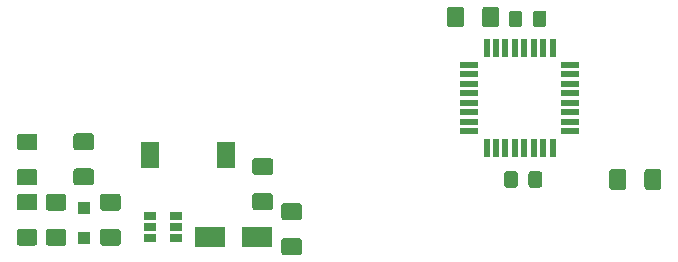
<source format=gbr>
G04 #@! TF.GenerationSoftware,KiCad,Pcbnew,(5.1.5)-3*
G04 #@! TF.CreationDate,2020-03-27T21:06:01+01:00*
G04 #@! TF.ProjectId,mimu_phantom,6d696d75-5f70-4686-916e-746f6d2e6b69,rev?*
G04 #@! TF.SameCoordinates,Original*
G04 #@! TF.FileFunction,Paste,Top*
G04 #@! TF.FilePolarity,Positive*
%FSLAX46Y46*%
G04 Gerber Fmt 4.6, Leading zero omitted, Abs format (unit mm)*
G04 Created by KiCad (PCBNEW (5.1.5)-3) date 2020-03-27 21:06:01*
%MOMM*%
%LPD*%
G04 APERTURE LIST*
%ADD10R,1.500000X2.200000*%
%ADD11R,2.500000X1.800000*%
%ADD12R,1.000000X1.000000*%
%ADD13C,0.100000*%
%ADD14R,1.060000X0.650000*%
%ADD15R,1.600000X0.550000*%
%ADD16R,0.550000X1.600000*%
G04 APERTURE END LIST*
D10*
X116200000Y-89000000D03*
X122600000Y-89000000D03*
D11*
X121250000Y-96000000D03*
X125250000Y-96000000D03*
D12*
X110600000Y-93550000D03*
X110600000Y-96050000D03*
D13*
G36*
X142562004Y-76476204D02*
G01*
X142586273Y-76479804D01*
X142610071Y-76485765D01*
X142633171Y-76494030D01*
X142655349Y-76504520D01*
X142676393Y-76517133D01*
X142696098Y-76531747D01*
X142714277Y-76548223D01*
X142730753Y-76566402D01*
X142745367Y-76586107D01*
X142757980Y-76607151D01*
X142768470Y-76629329D01*
X142776735Y-76652429D01*
X142782696Y-76676227D01*
X142786296Y-76700496D01*
X142787500Y-76725000D01*
X142787500Y-77975000D01*
X142786296Y-77999504D01*
X142782696Y-78023773D01*
X142776735Y-78047571D01*
X142768470Y-78070671D01*
X142757980Y-78092849D01*
X142745367Y-78113893D01*
X142730753Y-78133598D01*
X142714277Y-78151777D01*
X142696098Y-78168253D01*
X142676393Y-78182867D01*
X142655349Y-78195480D01*
X142633171Y-78205970D01*
X142610071Y-78214235D01*
X142586273Y-78220196D01*
X142562004Y-78223796D01*
X142537500Y-78225000D01*
X141612500Y-78225000D01*
X141587996Y-78223796D01*
X141563727Y-78220196D01*
X141539929Y-78214235D01*
X141516829Y-78205970D01*
X141494651Y-78195480D01*
X141473607Y-78182867D01*
X141453902Y-78168253D01*
X141435723Y-78151777D01*
X141419247Y-78133598D01*
X141404633Y-78113893D01*
X141392020Y-78092849D01*
X141381530Y-78070671D01*
X141373265Y-78047571D01*
X141367304Y-78023773D01*
X141363704Y-77999504D01*
X141362500Y-77975000D01*
X141362500Y-76725000D01*
X141363704Y-76700496D01*
X141367304Y-76676227D01*
X141373265Y-76652429D01*
X141381530Y-76629329D01*
X141392020Y-76607151D01*
X141404633Y-76586107D01*
X141419247Y-76566402D01*
X141435723Y-76548223D01*
X141453902Y-76531747D01*
X141473607Y-76517133D01*
X141494651Y-76504520D01*
X141516829Y-76494030D01*
X141539929Y-76485765D01*
X141563727Y-76479804D01*
X141587996Y-76476204D01*
X141612500Y-76475000D01*
X142537500Y-76475000D01*
X142562004Y-76476204D01*
G37*
G36*
X145537004Y-76476204D02*
G01*
X145561273Y-76479804D01*
X145585071Y-76485765D01*
X145608171Y-76494030D01*
X145630349Y-76504520D01*
X145651393Y-76517133D01*
X145671098Y-76531747D01*
X145689277Y-76548223D01*
X145705753Y-76566402D01*
X145720367Y-76586107D01*
X145732980Y-76607151D01*
X145743470Y-76629329D01*
X145751735Y-76652429D01*
X145757696Y-76676227D01*
X145761296Y-76700496D01*
X145762500Y-76725000D01*
X145762500Y-77975000D01*
X145761296Y-77999504D01*
X145757696Y-78023773D01*
X145751735Y-78047571D01*
X145743470Y-78070671D01*
X145732980Y-78092849D01*
X145720367Y-78113893D01*
X145705753Y-78133598D01*
X145689277Y-78151777D01*
X145671098Y-78168253D01*
X145651393Y-78182867D01*
X145630349Y-78195480D01*
X145608171Y-78205970D01*
X145585071Y-78214235D01*
X145561273Y-78220196D01*
X145537004Y-78223796D01*
X145512500Y-78225000D01*
X144587500Y-78225000D01*
X144562996Y-78223796D01*
X144538727Y-78220196D01*
X144514929Y-78214235D01*
X144491829Y-78205970D01*
X144469651Y-78195480D01*
X144448607Y-78182867D01*
X144428902Y-78168253D01*
X144410723Y-78151777D01*
X144394247Y-78133598D01*
X144379633Y-78113893D01*
X144367020Y-78092849D01*
X144356530Y-78070671D01*
X144348265Y-78047571D01*
X144342304Y-78023773D01*
X144338704Y-77999504D01*
X144337500Y-77975000D01*
X144337500Y-76725000D01*
X144338704Y-76700496D01*
X144342304Y-76676227D01*
X144348265Y-76652429D01*
X144356530Y-76629329D01*
X144367020Y-76607151D01*
X144379633Y-76586107D01*
X144394247Y-76566402D01*
X144410723Y-76548223D01*
X144428902Y-76531747D01*
X144448607Y-76517133D01*
X144469651Y-76504520D01*
X144491829Y-76494030D01*
X144514929Y-76485765D01*
X144538727Y-76479804D01*
X144562996Y-76476204D01*
X144587500Y-76475000D01*
X145512500Y-76475000D01*
X145537004Y-76476204D01*
G37*
G36*
X159274504Y-90226204D02*
G01*
X159298773Y-90229804D01*
X159322571Y-90235765D01*
X159345671Y-90244030D01*
X159367849Y-90254520D01*
X159388893Y-90267133D01*
X159408598Y-90281747D01*
X159426777Y-90298223D01*
X159443253Y-90316402D01*
X159457867Y-90336107D01*
X159470480Y-90357151D01*
X159480970Y-90379329D01*
X159489235Y-90402429D01*
X159495196Y-90426227D01*
X159498796Y-90450496D01*
X159500000Y-90475000D01*
X159500000Y-91725000D01*
X159498796Y-91749504D01*
X159495196Y-91773773D01*
X159489235Y-91797571D01*
X159480970Y-91820671D01*
X159470480Y-91842849D01*
X159457867Y-91863893D01*
X159443253Y-91883598D01*
X159426777Y-91901777D01*
X159408598Y-91918253D01*
X159388893Y-91932867D01*
X159367849Y-91945480D01*
X159345671Y-91955970D01*
X159322571Y-91964235D01*
X159298773Y-91970196D01*
X159274504Y-91973796D01*
X159250000Y-91975000D01*
X158325000Y-91975000D01*
X158300496Y-91973796D01*
X158276227Y-91970196D01*
X158252429Y-91964235D01*
X158229329Y-91955970D01*
X158207151Y-91945480D01*
X158186107Y-91932867D01*
X158166402Y-91918253D01*
X158148223Y-91901777D01*
X158131747Y-91883598D01*
X158117133Y-91863893D01*
X158104520Y-91842849D01*
X158094030Y-91820671D01*
X158085765Y-91797571D01*
X158079804Y-91773773D01*
X158076204Y-91749504D01*
X158075000Y-91725000D01*
X158075000Y-90475000D01*
X158076204Y-90450496D01*
X158079804Y-90426227D01*
X158085765Y-90402429D01*
X158094030Y-90379329D01*
X158104520Y-90357151D01*
X158117133Y-90336107D01*
X158131747Y-90316402D01*
X158148223Y-90298223D01*
X158166402Y-90281747D01*
X158186107Y-90267133D01*
X158207151Y-90254520D01*
X158229329Y-90244030D01*
X158252429Y-90235765D01*
X158276227Y-90229804D01*
X158300496Y-90226204D01*
X158325000Y-90225000D01*
X159250000Y-90225000D01*
X159274504Y-90226204D01*
G37*
G36*
X156299504Y-90226204D02*
G01*
X156323773Y-90229804D01*
X156347571Y-90235765D01*
X156370671Y-90244030D01*
X156392849Y-90254520D01*
X156413893Y-90267133D01*
X156433598Y-90281747D01*
X156451777Y-90298223D01*
X156468253Y-90316402D01*
X156482867Y-90336107D01*
X156495480Y-90357151D01*
X156505970Y-90379329D01*
X156514235Y-90402429D01*
X156520196Y-90426227D01*
X156523796Y-90450496D01*
X156525000Y-90475000D01*
X156525000Y-91725000D01*
X156523796Y-91749504D01*
X156520196Y-91773773D01*
X156514235Y-91797571D01*
X156505970Y-91820671D01*
X156495480Y-91842849D01*
X156482867Y-91863893D01*
X156468253Y-91883598D01*
X156451777Y-91901777D01*
X156433598Y-91918253D01*
X156413893Y-91932867D01*
X156392849Y-91945480D01*
X156370671Y-91955970D01*
X156347571Y-91964235D01*
X156323773Y-91970196D01*
X156299504Y-91973796D01*
X156275000Y-91975000D01*
X155350000Y-91975000D01*
X155325496Y-91973796D01*
X155301227Y-91970196D01*
X155277429Y-91964235D01*
X155254329Y-91955970D01*
X155232151Y-91945480D01*
X155211107Y-91932867D01*
X155191402Y-91918253D01*
X155173223Y-91901777D01*
X155156747Y-91883598D01*
X155142133Y-91863893D01*
X155129520Y-91842849D01*
X155119030Y-91820671D01*
X155110765Y-91797571D01*
X155104804Y-91773773D01*
X155101204Y-91749504D01*
X155100000Y-91725000D01*
X155100000Y-90475000D01*
X155101204Y-90450496D01*
X155104804Y-90426227D01*
X155110765Y-90402429D01*
X155119030Y-90379329D01*
X155129520Y-90357151D01*
X155142133Y-90336107D01*
X155156747Y-90316402D01*
X155173223Y-90298223D01*
X155191402Y-90281747D01*
X155211107Y-90267133D01*
X155232151Y-90254520D01*
X155254329Y-90244030D01*
X155277429Y-90235765D01*
X155301227Y-90229804D01*
X155325496Y-90226204D01*
X155350000Y-90225000D01*
X156275000Y-90225000D01*
X156299504Y-90226204D01*
G37*
G36*
X106449504Y-92301204D02*
G01*
X106473773Y-92304804D01*
X106497571Y-92310765D01*
X106520671Y-92319030D01*
X106542849Y-92329520D01*
X106563893Y-92342133D01*
X106583598Y-92356747D01*
X106601777Y-92373223D01*
X106618253Y-92391402D01*
X106632867Y-92411107D01*
X106645480Y-92432151D01*
X106655970Y-92454329D01*
X106664235Y-92477429D01*
X106670196Y-92501227D01*
X106673796Y-92525496D01*
X106675000Y-92550000D01*
X106675000Y-93475000D01*
X106673796Y-93499504D01*
X106670196Y-93523773D01*
X106664235Y-93547571D01*
X106655970Y-93570671D01*
X106645480Y-93592849D01*
X106632867Y-93613893D01*
X106618253Y-93633598D01*
X106601777Y-93651777D01*
X106583598Y-93668253D01*
X106563893Y-93682867D01*
X106542849Y-93695480D01*
X106520671Y-93705970D01*
X106497571Y-93714235D01*
X106473773Y-93720196D01*
X106449504Y-93723796D01*
X106425000Y-93725000D01*
X105175000Y-93725000D01*
X105150496Y-93723796D01*
X105126227Y-93720196D01*
X105102429Y-93714235D01*
X105079329Y-93705970D01*
X105057151Y-93695480D01*
X105036107Y-93682867D01*
X105016402Y-93668253D01*
X104998223Y-93651777D01*
X104981747Y-93633598D01*
X104967133Y-93613893D01*
X104954520Y-93592849D01*
X104944030Y-93570671D01*
X104935765Y-93547571D01*
X104929804Y-93523773D01*
X104926204Y-93499504D01*
X104925000Y-93475000D01*
X104925000Y-92550000D01*
X104926204Y-92525496D01*
X104929804Y-92501227D01*
X104935765Y-92477429D01*
X104944030Y-92454329D01*
X104954520Y-92432151D01*
X104967133Y-92411107D01*
X104981747Y-92391402D01*
X104998223Y-92373223D01*
X105016402Y-92356747D01*
X105036107Y-92342133D01*
X105057151Y-92329520D01*
X105079329Y-92319030D01*
X105102429Y-92310765D01*
X105126227Y-92304804D01*
X105150496Y-92301204D01*
X105175000Y-92300000D01*
X106425000Y-92300000D01*
X106449504Y-92301204D01*
G37*
G36*
X106449504Y-95276204D02*
G01*
X106473773Y-95279804D01*
X106497571Y-95285765D01*
X106520671Y-95294030D01*
X106542849Y-95304520D01*
X106563893Y-95317133D01*
X106583598Y-95331747D01*
X106601777Y-95348223D01*
X106618253Y-95366402D01*
X106632867Y-95386107D01*
X106645480Y-95407151D01*
X106655970Y-95429329D01*
X106664235Y-95452429D01*
X106670196Y-95476227D01*
X106673796Y-95500496D01*
X106675000Y-95525000D01*
X106675000Y-96450000D01*
X106673796Y-96474504D01*
X106670196Y-96498773D01*
X106664235Y-96522571D01*
X106655970Y-96545671D01*
X106645480Y-96567849D01*
X106632867Y-96588893D01*
X106618253Y-96608598D01*
X106601777Y-96626777D01*
X106583598Y-96643253D01*
X106563893Y-96657867D01*
X106542849Y-96670480D01*
X106520671Y-96680970D01*
X106497571Y-96689235D01*
X106473773Y-96695196D01*
X106449504Y-96698796D01*
X106425000Y-96700000D01*
X105175000Y-96700000D01*
X105150496Y-96698796D01*
X105126227Y-96695196D01*
X105102429Y-96689235D01*
X105079329Y-96680970D01*
X105057151Y-96670480D01*
X105036107Y-96657867D01*
X105016402Y-96643253D01*
X104998223Y-96626777D01*
X104981747Y-96608598D01*
X104967133Y-96588893D01*
X104954520Y-96567849D01*
X104944030Y-96545671D01*
X104935765Y-96522571D01*
X104929804Y-96498773D01*
X104926204Y-96474504D01*
X104925000Y-96450000D01*
X104925000Y-95525000D01*
X104926204Y-95500496D01*
X104929804Y-95476227D01*
X104935765Y-95452429D01*
X104944030Y-95429329D01*
X104954520Y-95407151D01*
X104967133Y-95386107D01*
X104981747Y-95366402D01*
X104998223Y-95348223D01*
X105016402Y-95331747D01*
X105036107Y-95317133D01*
X105057151Y-95304520D01*
X105079329Y-95294030D01*
X105102429Y-95285765D01*
X105126227Y-95279804D01*
X105150496Y-95276204D01*
X105175000Y-95275000D01*
X106425000Y-95275000D01*
X106449504Y-95276204D01*
G37*
G36*
X106449504Y-87213704D02*
G01*
X106473773Y-87217304D01*
X106497571Y-87223265D01*
X106520671Y-87231530D01*
X106542849Y-87242020D01*
X106563893Y-87254633D01*
X106583598Y-87269247D01*
X106601777Y-87285723D01*
X106618253Y-87303902D01*
X106632867Y-87323607D01*
X106645480Y-87344651D01*
X106655970Y-87366829D01*
X106664235Y-87389929D01*
X106670196Y-87413727D01*
X106673796Y-87437996D01*
X106675000Y-87462500D01*
X106675000Y-88387500D01*
X106673796Y-88412004D01*
X106670196Y-88436273D01*
X106664235Y-88460071D01*
X106655970Y-88483171D01*
X106645480Y-88505349D01*
X106632867Y-88526393D01*
X106618253Y-88546098D01*
X106601777Y-88564277D01*
X106583598Y-88580753D01*
X106563893Y-88595367D01*
X106542849Y-88607980D01*
X106520671Y-88618470D01*
X106497571Y-88626735D01*
X106473773Y-88632696D01*
X106449504Y-88636296D01*
X106425000Y-88637500D01*
X105175000Y-88637500D01*
X105150496Y-88636296D01*
X105126227Y-88632696D01*
X105102429Y-88626735D01*
X105079329Y-88618470D01*
X105057151Y-88607980D01*
X105036107Y-88595367D01*
X105016402Y-88580753D01*
X104998223Y-88564277D01*
X104981747Y-88546098D01*
X104967133Y-88526393D01*
X104954520Y-88505349D01*
X104944030Y-88483171D01*
X104935765Y-88460071D01*
X104929804Y-88436273D01*
X104926204Y-88412004D01*
X104925000Y-88387500D01*
X104925000Y-87462500D01*
X104926204Y-87437996D01*
X104929804Y-87413727D01*
X104935765Y-87389929D01*
X104944030Y-87366829D01*
X104954520Y-87344651D01*
X104967133Y-87323607D01*
X104981747Y-87303902D01*
X104998223Y-87285723D01*
X105016402Y-87269247D01*
X105036107Y-87254633D01*
X105057151Y-87242020D01*
X105079329Y-87231530D01*
X105102429Y-87223265D01*
X105126227Y-87217304D01*
X105150496Y-87213704D01*
X105175000Y-87212500D01*
X106425000Y-87212500D01*
X106449504Y-87213704D01*
G37*
G36*
X106449504Y-90188704D02*
G01*
X106473773Y-90192304D01*
X106497571Y-90198265D01*
X106520671Y-90206530D01*
X106542849Y-90217020D01*
X106563893Y-90229633D01*
X106583598Y-90244247D01*
X106601777Y-90260723D01*
X106618253Y-90278902D01*
X106632867Y-90298607D01*
X106645480Y-90319651D01*
X106655970Y-90341829D01*
X106664235Y-90364929D01*
X106670196Y-90388727D01*
X106673796Y-90412996D01*
X106675000Y-90437500D01*
X106675000Y-91362500D01*
X106673796Y-91387004D01*
X106670196Y-91411273D01*
X106664235Y-91435071D01*
X106655970Y-91458171D01*
X106645480Y-91480349D01*
X106632867Y-91501393D01*
X106618253Y-91521098D01*
X106601777Y-91539277D01*
X106583598Y-91555753D01*
X106563893Y-91570367D01*
X106542849Y-91582980D01*
X106520671Y-91593470D01*
X106497571Y-91601735D01*
X106473773Y-91607696D01*
X106449504Y-91611296D01*
X106425000Y-91612500D01*
X105175000Y-91612500D01*
X105150496Y-91611296D01*
X105126227Y-91607696D01*
X105102429Y-91601735D01*
X105079329Y-91593470D01*
X105057151Y-91582980D01*
X105036107Y-91570367D01*
X105016402Y-91555753D01*
X104998223Y-91539277D01*
X104981747Y-91521098D01*
X104967133Y-91501393D01*
X104954520Y-91480349D01*
X104944030Y-91458171D01*
X104935765Y-91435071D01*
X104929804Y-91411273D01*
X104926204Y-91387004D01*
X104925000Y-91362500D01*
X104925000Y-90437500D01*
X104926204Y-90412996D01*
X104929804Y-90388727D01*
X104935765Y-90364929D01*
X104944030Y-90341829D01*
X104954520Y-90319651D01*
X104967133Y-90298607D01*
X104981747Y-90278902D01*
X104998223Y-90260723D01*
X105016402Y-90244247D01*
X105036107Y-90229633D01*
X105057151Y-90217020D01*
X105079329Y-90206530D01*
X105102429Y-90198265D01*
X105126227Y-90192304D01*
X105150496Y-90188704D01*
X105175000Y-90187500D01*
X106425000Y-90187500D01*
X106449504Y-90188704D01*
G37*
G36*
X113499504Y-92313704D02*
G01*
X113523773Y-92317304D01*
X113547571Y-92323265D01*
X113570671Y-92331530D01*
X113592849Y-92342020D01*
X113613893Y-92354633D01*
X113633598Y-92369247D01*
X113651777Y-92385723D01*
X113668253Y-92403902D01*
X113682867Y-92423607D01*
X113695480Y-92444651D01*
X113705970Y-92466829D01*
X113714235Y-92489929D01*
X113720196Y-92513727D01*
X113723796Y-92537996D01*
X113725000Y-92562500D01*
X113725000Y-93487500D01*
X113723796Y-93512004D01*
X113720196Y-93536273D01*
X113714235Y-93560071D01*
X113705970Y-93583171D01*
X113695480Y-93605349D01*
X113682867Y-93626393D01*
X113668253Y-93646098D01*
X113651777Y-93664277D01*
X113633598Y-93680753D01*
X113613893Y-93695367D01*
X113592849Y-93707980D01*
X113570671Y-93718470D01*
X113547571Y-93726735D01*
X113523773Y-93732696D01*
X113499504Y-93736296D01*
X113475000Y-93737500D01*
X112225000Y-93737500D01*
X112200496Y-93736296D01*
X112176227Y-93732696D01*
X112152429Y-93726735D01*
X112129329Y-93718470D01*
X112107151Y-93707980D01*
X112086107Y-93695367D01*
X112066402Y-93680753D01*
X112048223Y-93664277D01*
X112031747Y-93646098D01*
X112017133Y-93626393D01*
X112004520Y-93605349D01*
X111994030Y-93583171D01*
X111985765Y-93560071D01*
X111979804Y-93536273D01*
X111976204Y-93512004D01*
X111975000Y-93487500D01*
X111975000Y-92562500D01*
X111976204Y-92537996D01*
X111979804Y-92513727D01*
X111985765Y-92489929D01*
X111994030Y-92466829D01*
X112004520Y-92444651D01*
X112017133Y-92423607D01*
X112031747Y-92403902D01*
X112048223Y-92385723D01*
X112066402Y-92369247D01*
X112086107Y-92354633D01*
X112107151Y-92342020D01*
X112129329Y-92331530D01*
X112152429Y-92323265D01*
X112176227Y-92317304D01*
X112200496Y-92313704D01*
X112225000Y-92312500D01*
X113475000Y-92312500D01*
X113499504Y-92313704D01*
G37*
G36*
X113499504Y-95288704D02*
G01*
X113523773Y-95292304D01*
X113547571Y-95298265D01*
X113570671Y-95306530D01*
X113592849Y-95317020D01*
X113613893Y-95329633D01*
X113633598Y-95344247D01*
X113651777Y-95360723D01*
X113668253Y-95378902D01*
X113682867Y-95398607D01*
X113695480Y-95419651D01*
X113705970Y-95441829D01*
X113714235Y-95464929D01*
X113720196Y-95488727D01*
X113723796Y-95512996D01*
X113725000Y-95537500D01*
X113725000Y-96462500D01*
X113723796Y-96487004D01*
X113720196Y-96511273D01*
X113714235Y-96535071D01*
X113705970Y-96558171D01*
X113695480Y-96580349D01*
X113682867Y-96601393D01*
X113668253Y-96621098D01*
X113651777Y-96639277D01*
X113633598Y-96655753D01*
X113613893Y-96670367D01*
X113592849Y-96682980D01*
X113570671Y-96693470D01*
X113547571Y-96701735D01*
X113523773Y-96707696D01*
X113499504Y-96711296D01*
X113475000Y-96712500D01*
X112225000Y-96712500D01*
X112200496Y-96711296D01*
X112176227Y-96707696D01*
X112152429Y-96701735D01*
X112129329Y-96693470D01*
X112107151Y-96682980D01*
X112086107Y-96670367D01*
X112066402Y-96655753D01*
X112048223Y-96639277D01*
X112031747Y-96621098D01*
X112017133Y-96601393D01*
X112004520Y-96580349D01*
X111994030Y-96558171D01*
X111985765Y-96535071D01*
X111979804Y-96511273D01*
X111976204Y-96487004D01*
X111975000Y-96462500D01*
X111975000Y-95537500D01*
X111976204Y-95512996D01*
X111979804Y-95488727D01*
X111985765Y-95464929D01*
X111994030Y-95441829D01*
X112004520Y-95419651D01*
X112017133Y-95398607D01*
X112031747Y-95378902D01*
X112048223Y-95360723D01*
X112066402Y-95344247D01*
X112086107Y-95329633D01*
X112107151Y-95317020D01*
X112129329Y-95306530D01*
X112152429Y-95298265D01*
X112176227Y-95292304D01*
X112200496Y-95288704D01*
X112225000Y-95287500D01*
X113475000Y-95287500D01*
X113499504Y-95288704D01*
G37*
G36*
X108899504Y-92313704D02*
G01*
X108923773Y-92317304D01*
X108947571Y-92323265D01*
X108970671Y-92331530D01*
X108992849Y-92342020D01*
X109013893Y-92354633D01*
X109033598Y-92369247D01*
X109051777Y-92385723D01*
X109068253Y-92403902D01*
X109082867Y-92423607D01*
X109095480Y-92444651D01*
X109105970Y-92466829D01*
X109114235Y-92489929D01*
X109120196Y-92513727D01*
X109123796Y-92537996D01*
X109125000Y-92562500D01*
X109125000Y-93487500D01*
X109123796Y-93512004D01*
X109120196Y-93536273D01*
X109114235Y-93560071D01*
X109105970Y-93583171D01*
X109095480Y-93605349D01*
X109082867Y-93626393D01*
X109068253Y-93646098D01*
X109051777Y-93664277D01*
X109033598Y-93680753D01*
X109013893Y-93695367D01*
X108992849Y-93707980D01*
X108970671Y-93718470D01*
X108947571Y-93726735D01*
X108923773Y-93732696D01*
X108899504Y-93736296D01*
X108875000Y-93737500D01*
X107625000Y-93737500D01*
X107600496Y-93736296D01*
X107576227Y-93732696D01*
X107552429Y-93726735D01*
X107529329Y-93718470D01*
X107507151Y-93707980D01*
X107486107Y-93695367D01*
X107466402Y-93680753D01*
X107448223Y-93664277D01*
X107431747Y-93646098D01*
X107417133Y-93626393D01*
X107404520Y-93605349D01*
X107394030Y-93583171D01*
X107385765Y-93560071D01*
X107379804Y-93536273D01*
X107376204Y-93512004D01*
X107375000Y-93487500D01*
X107375000Y-92562500D01*
X107376204Y-92537996D01*
X107379804Y-92513727D01*
X107385765Y-92489929D01*
X107394030Y-92466829D01*
X107404520Y-92444651D01*
X107417133Y-92423607D01*
X107431747Y-92403902D01*
X107448223Y-92385723D01*
X107466402Y-92369247D01*
X107486107Y-92354633D01*
X107507151Y-92342020D01*
X107529329Y-92331530D01*
X107552429Y-92323265D01*
X107576227Y-92317304D01*
X107600496Y-92313704D01*
X107625000Y-92312500D01*
X108875000Y-92312500D01*
X108899504Y-92313704D01*
G37*
G36*
X108899504Y-95288704D02*
G01*
X108923773Y-95292304D01*
X108947571Y-95298265D01*
X108970671Y-95306530D01*
X108992849Y-95317020D01*
X109013893Y-95329633D01*
X109033598Y-95344247D01*
X109051777Y-95360723D01*
X109068253Y-95378902D01*
X109082867Y-95398607D01*
X109095480Y-95419651D01*
X109105970Y-95441829D01*
X109114235Y-95464929D01*
X109120196Y-95488727D01*
X109123796Y-95512996D01*
X109125000Y-95537500D01*
X109125000Y-96462500D01*
X109123796Y-96487004D01*
X109120196Y-96511273D01*
X109114235Y-96535071D01*
X109105970Y-96558171D01*
X109095480Y-96580349D01*
X109082867Y-96601393D01*
X109068253Y-96621098D01*
X109051777Y-96639277D01*
X109033598Y-96655753D01*
X109013893Y-96670367D01*
X108992849Y-96682980D01*
X108970671Y-96693470D01*
X108947571Y-96701735D01*
X108923773Y-96707696D01*
X108899504Y-96711296D01*
X108875000Y-96712500D01*
X107625000Y-96712500D01*
X107600496Y-96711296D01*
X107576227Y-96707696D01*
X107552429Y-96701735D01*
X107529329Y-96693470D01*
X107507151Y-96682980D01*
X107486107Y-96670367D01*
X107466402Y-96655753D01*
X107448223Y-96639277D01*
X107431747Y-96621098D01*
X107417133Y-96601393D01*
X107404520Y-96580349D01*
X107394030Y-96558171D01*
X107385765Y-96535071D01*
X107379804Y-96511273D01*
X107376204Y-96487004D01*
X107375000Y-96462500D01*
X107375000Y-95537500D01*
X107376204Y-95512996D01*
X107379804Y-95488727D01*
X107385765Y-95464929D01*
X107394030Y-95441829D01*
X107404520Y-95419651D01*
X107417133Y-95398607D01*
X107431747Y-95378902D01*
X107448223Y-95360723D01*
X107466402Y-95344247D01*
X107486107Y-95329633D01*
X107507151Y-95317020D01*
X107529329Y-95306530D01*
X107552429Y-95298265D01*
X107576227Y-95292304D01*
X107600496Y-95288704D01*
X107625000Y-95287500D01*
X108875000Y-95287500D01*
X108899504Y-95288704D01*
G37*
G36*
X128849504Y-96088704D02*
G01*
X128873773Y-96092304D01*
X128897571Y-96098265D01*
X128920671Y-96106530D01*
X128942849Y-96117020D01*
X128963893Y-96129633D01*
X128983598Y-96144247D01*
X129001777Y-96160723D01*
X129018253Y-96178902D01*
X129032867Y-96198607D01*
X129045480Y-96219651D01*
X129055970Y-96241829D01*
X129064235Y-96264929D01*
X129070196Y-96288727D01*
X129073796Y-96312996D01*
X129075000Y-96337500D01*
X129075000Y-97262500D01*
X129073796Y-97287004D01*
X129070196Y-97311273D01*
X129064235Y-97335071D01*
X129055970Y-97358171D01*
X129045480Y-97380349D01*
X129032867Y-97401393D01*
X129018253Y-97421098D01*
X129001777Y-97439277D01*
X128983598Y-97455753D01*
X128963893Y-97470367D01*
X128942849Y-97482980D01*
X128920671Y-97493470D01*
X128897571Y-97501735D01*
X128873773Y-97507696D01*
X128849504Y-97511296D01*
X128825000Y-97512500D01*
X127575000Y-97512500D01*
X127550496Y-97511296D01*
X127526227Y-97507696D01*
X127502429Y-97501735D01*
X127479329Y-97493470D01*
X127457151Y-97482980D01*
X127436107Y-97470367D01*
X127416402Y-97455753D01*
X127398223Y-97439277D01*
X127381747Y-97421098D01*
X127367133Y-97401393D01*
X127354520Y-97380349D01*
X127344030Y-97358171D01*
X127335765Y-97335071D01*
X127329804Y-97311273D01*
X127326204Y-97287004D01*
X127325000Y-97262500D01*
X127325000Y-96337500D01*
X127326204Y-96312996D01*
X127329804Y-96288727D01*
X127335765Y-96264929D01*
X127344030Y-96241829D01*
X127354520Y-96219651D01*
X127367133Y-96198607D01*
X127381747Y-96178902D01*
X127398223Y-96160723D01*
X127416402Y-96144247D01*
X127436107Y-96129633D01*
X127457151Y-96117020D01*
X127479329Y-96106530D01*
X127502429Y-96098265D01*
X127526227Y-96092304D01*
X127550496Y-96088704D01*
X127575000Y-96087500D01*
X128825000Y-96087500D01*
X128849504Y-96088704D01*
G37*
G36*
X128849504Y-93113704D02*
G01*
X128873773Y-93117304D01*
X128897571Y-93123265D01*
X128920671Y-93131530D01*
X128942849Y-93142020D01*
X128963893Y-93154633D01*
X128983598Y-93169247D01*
X129001777Y-93185723D01*
X129018253Y-93203902D01*
X129032867Y-93223607D01*
X129045480Y-93244651D01*
X129055970Y-93266829D01*
X129064235Y-93289929D01*
X129070196Y-93313727D01*
X129073796Y-93337996D01*
X129075000Y-93362500D01*
X129075000Y-94287500D01*
X129073796Y-94312004D01*
X129070196Y-94336273D01*
X129064235Y-94360071D01*
X129055970Y-94383171D01*
X129045480Y-94405349D01*
X129032867Y-94426393D01*
X129018253Y-94446098D01*
X129001777Y-94464277D01*
X128983598Y-94480753D01*
X128963893Y-94495367D01*
X128942849Y-94507980D01*
X128920671Y-94518470D01*
X128897571Y-94526735D01*
X128873773Y-94532696D01*
X128849504Y-94536296D01*
X128825000Y-94537500D01*
X127575000Y-94537500D01*
X127550496Y-94536296D01*
X127526227Y-94532696D01*
X127502429Y-94526735D01*
X127479329Y-94518470D01*
X127457151Y-94507980D01*
X127436107Y-94495367D01*
X127416402Y-94480753D01*
X127398223Y-94464277D01*
X127381747Y-94446098D01*
X127367133Y-94426393D01*
X127354520Y-94405349D01*
X127344030Y-94383171D01*
X127335765Y-94360071D01*
X127329804Y-94336273D01*
X127326204Y-94312004D01*
X127325000Y-94287500D01*
X127325000Y-93362500D01*
X127326204Y-93337996D01*
X127329804Y-93313727D01*
X127335765Y-93289929D01*
X127344030Y-93266829D01*
X127354520Y-93244651D01*
X127367133Y-93223607D01*
X127381747Y-93203902D01*
X127398223Y-93185723D01*
X127416402Y-93169247D01*
X127436107Y-93154633D01*
X127457151Y-93142020D01*
X127479329Y-93131530D01*
X127502429Y-93123265D01*
X127526227Y-93117304D01*
X127550496Y-93113704D01*
X127575000Y-93112500D01*
X128825000Y-93112500D01*
X128849504Y-93113704D01*
G37*
G36*
X126399504Y-89301204D02*
G01*
X126423773Y-89304804D01*
X126447571Y-89310765D01*
X126470671Y-89319030D01*
X126492849Y-89329520D01*
X126513893Y-89342133D01*
X126533598Y-89356747D01*
X126551777Y-89373223D01*
X126568253Y-89391402D01*
X126582867Y-89411107D01*
X126595480Y-89432151D01*
X126605970Y-89454329D01*
X126614235Y-89477429D01*
X126620196Y-89501227D01*
X126623796Y-89525496D01*
X126625000Y-89550000D01*
X126625000Y-90475000D01*
X126623796Y-90499504D01*
X126620196Y-90523773D01*
X126614235Y-90547571D01*
X126605970Y-90570671D01*
X126595480Y-90592849D01*
X126582867Y-90613893D01*
X126568253Y-90633598D01*
X126551777Y-90651777D01*
X126533598Y-90668253D01*
X126513893Y-90682867D01*
X126492849Y-90695480D01*
X126470671Y-90705970D01*
X126447571Y-90714235D01*
X126423773Y-90720196D01*
X126399504Y-90723796D01*
X126375000Y-90725000D01*
X125125000Y-90725000D01*
X125100496Y-90723796D01*
X125076227Y-90720196D01*
X125052429Y-90714235D01*
X125029329Y-90705970D01*
X125007151Y-90695480D01*
X124986107Y-90682867D01*
X124966402Y-90668253D01*
X124948223Y-90651777D01*
X124931747Y-90633598D01*
X124917133Y-90613893D01*
X124904520Y-90592849D01*
X124894030Y-90570671D01*
X124885765Y-90547571D01*
X124879804Y-90523773D01*
X124876204Y-90499504D01*
X124875000Y-90475000D01*
X124875000Y-89550000D01*
X124876204Y-89525496D01*
X124879804Y-89501227D01*
X124885765Y-89477429D01*
X124894030Y-89454329D01*
X124904520Y-89432151D01*
X124917133Y-89411107D01*
X124931747Y-89391402D01*
X124948223Y-89373223D01*
X124966402Y-89356747D01*
X124986107Y-89342133D01*
X125007151Y-89329520D01*
X125029329Y-89319030D01*
X125052429Y-89310765D01*
X125076227Y-89304804D01*
X125100496Y-89301204D01*
X125125000Y-89300000D01*
X126375000Y-89300000D01*
X126399504Y-89301204D01*
G37*
G36*
X126399504Y-92276204D02*
G01*
X126423773Y-92279804D01*
X126447571Y-92285765D01*
X126470671Y-92294030D01*
X126492849Y-92304520D01*
X126513893Y-92317133D01*
X126533598Y-92331747D01*
X126551777Y-92348223D01*
X126568253Y-92366402D01*
X126582867Y-92386107D01*
X126595480Y-92407151D01*
X126605970Y-92429329D01*
X126614235Y-92452429D01*
X126620196Y-92476227D01*
X126623796Y-92500496D01*
X126625000Y-92525000D01*
X126625000Y-93450000D01*
X126623796Y-93474504D01*
X126620196Y-93498773D01*
X126614235Y-93522571D01*
X126605970Y-93545671D01*
X126595480Y-93567849D01*
X126582867Y-93588893D01*
X126568253Y-93608598D01*
X126551777Y-93626777D01*
X126533598Y-93643253D01*
X126513893Y-93657867D01*
X126492849Y-93670480D01*
X126470671Y-93680970D01*
X126447571Y-93689235D01*
X126423773Y-93695196D01*
X126399504Y-93698796D01*
X126375000Y-93700000D01*
X125125000Y-93700000D01*
X125100496Y-93698796D01*
X125076227Y-93695196D01*
X125052429Y-93689235D01*
X125029329Y-93680970D01*
X125007151Y-93670480D01*
X124986107Y-93657867D01*
X124966402Y-93643253D01*
X124948223Y-93626777D01*
X124931747Y-93608598D01*
X124917133Y-93588893D01*
X124904520Y-93567849D01*
X124894030Y-93545671D01*
X124885765Y-93522571D01*
X124879804Y-93498773D01*
X124876204Y-93474504D01*
X124875000Y-93450000D01*
X124875000Y-92525000D01*
X124876204Y-92500496D01*
X124879804Y-92476227D01*
X124885765Y-92452429D01*
X124894030Y-92429329D01*
X124904520Y-92407151D01*
X124917133Y-92386107D01*
X124931747Y-92366402D01*
X124948223Y-92348223D01*
X124966402Y-92331747D01*
X124986107Y-92317133D01*
X125007151Y-92304520D01*
X125029329Y-92294030D01*
X125052429Y-92285765D01*
X125076227Y-92279804D01*
X125100496Y-92276204D01*
X125125000Y-92275000D01*
X126375000Y-92275000D01*
X126399504Y-92276204D01*
G37*
G36*
X111249504Y-87201204D02*
G01*
X111273773Y-87204804D01*
X111297571Y-87210765D01*
X111320671Y-87219030D01*
X111342849Y-87229520D01*
X111363893Y-87242133D01*
X111383598Y-87256747D01*
X111401777Y-87273223D01*
X111418253Y-87291402D01*
X111432867Y-87311107D01*
X111445480Y-87332151D01*
X111455970Y-87354329D01*
X111464235Y-87377429D01*
X111470196Y-87401227D01*
X111473796Y-87425496D01*
X111475000Y-87450000D01*
X111475000Y-88375000D01*
X111473796Y-88399504D01*
X111470196Y-88423773D01*
X111464235Y-88447571D01*
X111455970Y-88470671D01*
X111445480Y-88492849D01*
X111432867Y-88513893D01*
X111418253Y-88533598D01*
X111401777Y-88551777D01*
X111383598Y-88568253D01*
X111363893Y-88582867D01*
X111342849Y-88595480D01*
X111320671Y-88605970D01*
X111297571Y-88614235D01*
X111273773Y-88620196D01*
X111249504Y-88623796D01*
X111225000Y-88625000D01*
X109975000Y-88625000D01*
X109950496Y-88623796D01*
X109926227Y-88620196D01*
X109902429Y-88614235D01*
X109879329Y-88605970D01*
X109857151Y-88595480D01*
X109836107Y-88582867D01*
X109816402Y-88568253D01*
X109798223Y-88551777D01*
X109781747Y-88533598D01*
X109767133Y-88513893D01*
X109754520Y-88492849D01*
X109744030Y-88470671D01*
X109735765Y-88447571D01*
X109729804Y-88423773D01*
X109726204Y-88399504D01*
X109725000Y-88375000D01*
X109725000Y-87450000D01*
X109726204Y-87425496D01*
X109729804Y-87401227D01*
X109735765Y-87377429D01*
X109744030Y-87354329D01*
X109754520Y-87332151D01*
X109767133Y-87311107D01*
X109781747Y-87291402D01*
X109798223Y-87273223D01*
X109816402Y-87256747D01*
X109836107Y-87242133D01*
X109857151Y-87229520D01*
X109879329Y-87219030D01*
X109902429Y-87210765D01*
X109926227Y-87204804D01*
X109950496Y-87201204D01*
X109975000Y-87200000D01*
X111225000Y-87200000D01*
X111249504Y-87201204D01*
G37*
G36*
X111249504Y-90176204D02*
G01*
X111273773Y-90179804D01*
X111297571Y-90185765D01*
X111320671Y-90194030D01*
X111342849Y-90204520D01*
X111363893Y-90217133D01*
X111383598Y-90231747D01*
X111401777Y-90248223D01*
X111418253Y-90266402D01*
X111432867Y-90286107D01*
X111445480Y-90307151D01*
X111455970Y-90329329D01*
X111464235Y-90352429D01*
X111470196Y-90376227D01*
X111473796Y-90400496D01*
X111475000Y-90425000D01*
X111475000Y-91350000D01*
X111473796Y-91374504D01*
X111470196Y-91398773D01*
X111464235Y-91422571D01*
X111455970Y-91445671D01*
X111445480Y-91467849D01*
X111432867Y-91488893D01*
X111418253Y-91508598D01*
X111401777Y-91526777D01*
X111383598Y-91543253D01*
X111363893Y-91557867D01*
X111342849Y-91570480D01*
X111320671Y-91580970D01*
X111297571Y-91589235D01*
X111273773Y-91595196D01*
X111249504Y-91598796D01*
X111225000Y-91600000D01*
X109975000Y-91600000D01*
X109950496Y-91598796D01*
X109926227Y-91595196D01*
X109902429Y-91589235D01*
X109879329Y-91580970D01*
X109857151Y-91570480D01*
X109836107Y-91557867D01*
X109816402Y-91543253D01*
X109798223Y-91526777D01*
X109781747Y-91508598D01*
X109767133Y-91488893D01*
X109754520Y-91467849D01*
X109744030Y-91445671D01*
X109735765Y-91422571D01*
X109729804Y-91398773D01*
X109726204Y-91374504D01*
X109725000Y-91350000D01*
X109725000Y-90425000D01*
X109726204Y-90400496D01*
X109729804Y-90376227D01*
X109735765Y-90352429D01*
X109744030Y-90329329D01*
X109754520Y-90307151D01*
X109767133Y-90286107D01*
X109781747Y-90266402D01*
X109798223Y-90248223D01*
X109816402Y-90231747D01*
X109836107Y-90217133D01*
X109857151Y-90204520D01*
X109879329Y-90194030D01*
X109902429Y-90185765D01*
X109926227Y-90179804D01*
X109950496Y-90176204D01*
X109975000Y-90175000D01*
X111225000Y-90175000D01*
X111249504Y-90176204D01*
G37*
D14*
X118400000Y-95150000D03*
X118400000Y-94200000D03*
X118400000Y-96100000D03*
X116200000Y-96100000D03*
X116200000Y-95150000D03*
X116200000Y-94200000D03*
D15*
X143250000Y-87000000D03*
X143250000Y-86200000D03*
X143250000Y-85400000D03*
X143250000Y-84600000D03*
X143250000Y-83800000D03*
X143250000Y-83000000D03*
X143250000Y-82200000D03*
X143250000Y-81400000D03*
D16*
X144700000Y-79950000D03*
X145500000Y-79950000D03*
X146300000Y-79950000D03*
X147100000Y-79950000D03*
X147900000Y-79950000D03*
X148700000Y-79950000D03*
X149500000Y-79950000D03*
X150300000Y-79950000D03*
D15*
X151750000Y-81400000D03*
X151750000Y-82200000D03*
X151750000Y-83000000D03*
X151750000Y-83800000D03*
X151750000Y-84600000D03*
X151750000Y-85400000D03*
X151750000Y-86200000D03*
X151750000Y-87000000D03*
D16*
X150300000Y-88450000D03*
X149500000Y-88450000D03*
X148700000Y-88450000D03*
X147900000Y-88450000D03*
X147100000Y-88450000D03*
X146300000Y-88450000D03*
X145500000Y-88450000D03*
X144700000Y-88450000D03*
D13*
G36*
X149174505Y-90401204D02*
G01*
X149198773Y-90404804D01*
X149222572Y-90410765D01*
X149245671Y-90419030D01*
X149267850Y-90429520D01*
X149288893Y-90442132D01*
X149308599Y-90456747D01*
X149326777Y-90473223D01*
X149343253Y-90491401D01*
X149357868Y-90511107D01*
X149370480Y-90532150D01*
X149380970Y-90554329D01*
X149389235Y-90577428D01*
X149395196Y-90601227D01*
X149398796Y-90625495D01*
X149400000Y-90649999D01*
X149400000Y-91550001D01*
X149398796Y-91574505D01*
X149395196Y-91598773D01*
X149389235Y-91622572D01*
X149380970Y-91645671D01*
X149370480Y-91667850D01*
X149357868Y-91688893D01*
X149343253Y-91708599D01*
X149326777Y-91726777D01*
X149308599Y-91743253D01*
X149288893Y-91757868D01*
X149267850Y-91770480D01*
X149245671Y-91780970D01*
X149222572Y-91789235D01*
X149198773Y-91795196D01*
X149174505Y-91798796D01*
X149150001Y-91800000D01*
X148499999Y-91800000D01*
X148475495Y-91798796D01*
X148451227Y-91795196D01*
X148427428Y-91789235D01*
X148404329Y-91780970D01*
X148382150Y-91770480D01*
X148361107Y-91757868D01*
X148341401Y-91743253D01*
X148323223Y-91726777D01*
X148306747Y-91708599D01*
X148292132Y-91688893D01*
X148279520Y-91667850D01*
X148269030Y-91645671D01*
X148260765Y-91622572D01*
X148254804Y-91598773D01*
X148251204Y-91574505D01*
X148250000Y-91550001D01*
X148250000Y-90649999D01*
X148251204Y-90625495D01*
X148254804Y-90601227D01*
X148260765Y-90577428D01*
X148269030Y-90554329D01*
X148279520Y-90532150D01*
X148292132Y-90511107D01*
X148306747Y-90491401D01*
X148323223Y-90473223D01*
X148341401Y-90456747D01*
X148361107Y-90442132D01*
X148382150Y-90429520D01*
X148404329Y-90419030D01*
X148427428Y-90410765D01*
X148451227Y-90404804D01*
X148475495Y-90401204D01*
X148499999Y-90400000D01*
X149150001Y-90400000D01*
X149174505Y-90401204D01*
G37*
G36*
X147124505Y-90401204D02*
G01*
X147148773Y-90404804D01*
X147172572Y-90410765D01*
X147195671Y-90419030D01*
X147217850Y-90429520D01*
X147238893Y-90442132D01*
X147258599Y-90456747D01*
X147276777Y-90473223D01*
X147293253Y-90491401D01*
X147307868Y-90511107D01*
X147320480Y-90532150D01*
X147330970Y-90554329D01*
X147339235Y-90577428D01*
X147345196Y-90601227D01*
X147348796Y-90625495D01*
X147350000Y-90649999D01*
X147350000Y-91550001D01*
X147348796Y-91574505D01*
X147345196Y-91598773D01*
X147339235Y-91622572D01*
X147330970Y-91645671D01*
X147320480Y-91667850D01*
X147307868Y-91688893D01*
X147293253Y-91708599D01*
X147276777Y-91726777D01*
X147258599Y-91743253D01*
X147238893Y-91757868D01*
X147217850Y-91770480D01*
X147195671Y-91780970D01*
X147172572Y-91789235D01*
X147148773Y-91795196D01*
X147124505Y-91798796D01*
X147100001Y-91800000D01*
X146449999Y-91800000D01*
X146425495Y-91798796D01*
X146401227Y-91795196D01*
X146377428Y-91789235D01*
X146354329Y-91780970D01*
X146332150Y-91770480D01*
X146311107Y-91757868D01*
X146291401Y-91743253D01*
X146273223Y-91726777D01*
X146256747Y-91708599D01*
X146242132Y-91688893D01*
X146229520Y-91667850D01*
X146219030Y-91645671D01*
X146210765Y-91622572D01*
X146204804Y-91598773D01*
X146201204Y-91574505D01*
X146200000Y-91550001D01*
X146200000Y-90649999D01*
X146201204Y-90625495D01*
X146204804Y-90601227D01*
X146210765Y-90577428D01*
X146219030Y-90554329D01*
X146229520Y-90532150D01*
X146242132Y-90511107D01*
X146256747Y-90491401D01*
X146273223Y-90473223D01*
X146291401Y-90456747D01*
X146311107Y-90442132D01*
X146332150Y-90429520D01*
X146354329Y-90419030D01*
X146377428Y-90410765D01*
X146401227Y-90404804D01*
X146425495Y-90401204D01*
X146449999Y-90400000D01*
X147100001Y-90400000D01*
X147124505Y-90401204D01*
G37*
G36*
X147499505Y-76801204D02*
G01*
X147523773Y-76804804D01*
X147547572Y-76810765D01*
X147570671Y-76819030D01*
X147592850Y-76829520D01*
X147613893Y-76842132D01*
X147633599Y-76856747D01*
X147651777Y-76873223D01*
X147668253Y-76891401D01*
X147682868Y-76911107D01*
X147695480Y-76932150D01*
X147705970Y-76954329D01*
X147714235Y-76977428D01*
X147720196Y-77001227D01*
X147723796Y-77025495D01*
X147725000Y-77049999D01*
X147725000Y-77950001D01*
X147723796Y-77974505D01*
X147720196Y-77998773D01*
X147714235Y-78022572D01*
X147705970Y-78045671D01*
X147695480Y-78067850D01*
X147682868Y-78088893D01*
X147668253Y-78108599D01*
X147651777Y-78126777D01*
X147633599Y-78143253D01*
X147613893Y-78157868D01*
X147592850Y-78170480D01*
X147570671Y-78180970D01*
X147547572Y-78189235D01*
X147523773Y-78195196D01*
X147499505Y-78198796D01*
X147475001Y-78200000D01*
X146824999Y-78200000D01*
X146800495Y-78198796D01*
X146776227Y-78195196D01*
X146752428Y-78189235D01*
X146729329Y-78180970D01*
X146707150Y-78170480D01*
X146686107Y-78157868D01*
X146666401Y-78143253D01*
X146648223Y-78126777D01*
X146631747Y-78108599D01*
X146617132Y-78088893D01*
X146604520Y-78067850D01*
X146594030Y-78045671D01*
X146585765Y-78022572D01*
X146579804Y-77998773D01*
X146576204Y-77974505D01*
X146575000Y-77950001D01*
X146575000Y-77049999D01*
X146576204Y-77025495D01*
X146579804Y-77001227D01*
X146585765Y-76977428D01*
X146594030Y-76954329D01*
X146604520Y-76932150D01*
X146617132Y-76911107D01*
X146631747Y-76891401D01*
X146648223Y-76873223D01*
X146666401Y-76856747D01*
X146686107Y-76842132D01*
X146707150Y-76829520D01*
X146729329Y-76819030D01*
X146752428Y-76810765D01*
X146776227Y-76804804D01*
X146800495Y-76801204D01*
X146824999Y-76800000D01*
X147475001Y-76800000D01*
X147499505Y-76801204D01*
G37*
G36*
X149549505Y-76801204D02*
G01*
X149573773Y-76804804D01*
X149597572Y-76810765D01*
X149620671Y-76819030D01*
X149642850Y-76829520D01*
X149663893Y-76842132D01*
X149683599Y-76856747D01*
X149701777Y-76873223D01*
X149718253Y-76891401D01*
X149732868Y-76911107D01*
X149745480Y-76932150D01*
X149755970Y-76954329D01*
X149764235Y-76977428D01*
X149770196Y-77001227D01*
X149773796Y-77025495D01*
X149775000Y-77049999D01*
X149775000Y-77950001D01*
X149773796Y-77974505D01*
X149770196Y-77998773D01*
X149764235Y-78022572D01*
X149755970Y-78045671D01*
X149745480Y-78067850D01*
X149732868Y-78088893D01*
X149718253Y-78108599D01*
X149701777Y-78126777D01*
X149683599Y-78143253D01*
X149663893Y-78157868D01*
X149642850Y-78170480D01*
X149620671Y-78180970D01*
X149597572Y-78189235D01*
X149573773Y-78195196D01*
X149549505Y-78198796D01*
X149525001Y-78200000D01*
X148874999Y-78200000D01*
X148850495Y-78198796D01*
X148826227Y-78195196D01*
X148802428Y-78189235D01*
X148779329Y-78180970D01*
X148757150Y-78170480D01*
X148736107Y-78157868D01*
X148716401Y-78143253D01*
X148698223Y-78126777D01*
X148681747Y-78108599D01*
X148667132Y-78088893D01*
X148654520Y-78067850D01*
X148644030Y-78045671D01*
X148635765Y-78022572D01*
X148629804Y-77998773D01*
X148626204Y-77974505D01*
X148625000Y-77950001D01*
X148625000Y-77049999D01*
X148626204Y-77025495D01*
X148629804Y-77001227D01*
X148635765Y-76977428D01*
X148644030Y-76954329D01*
X148654520Y-76932150D01*
X148667132Y-76911107D01*
X148681747Y-76891401D01*
X148698223Y-76873223D01*
X148716401Y-76856747D01*
X148736107Y-76842132D01*
X148757150Y-76829520D01*
X148779329Y-76819030D01*
X148802428Y-76810765D01*
X148826227Y-76804804D01*
X148850495Y-76801204D01*
X148874999Y-76800000D01*
X149525001Y-76800000D01*
X149549505Y-76801204D01*
G37*
M02*

</source>
